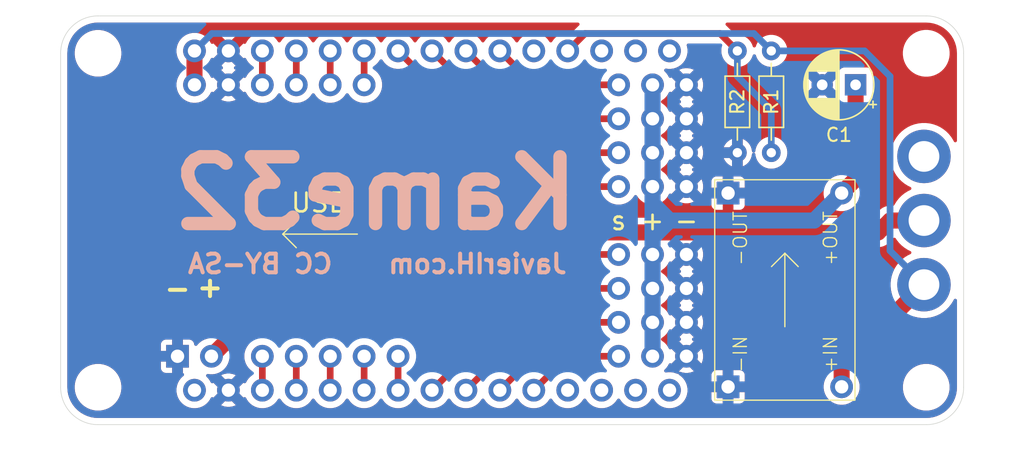
<source format=kicad_pcb>
(kicad_pcb (version 20241229) (generator "pcbnew") (generator_version "9.0")
  (layers (0 "F.Cu" signal) (2 "B.Cu" signal) (13 "F.Paste" user) (15 "B.Paste" user) (5 "F.SilkS" user "F.Silkscreen") (7 "B.SilkS" user "B.Silkscreen") (1 "F.Mask" user) (3 "B.Mask" user) (25 "Edge.Cuts" user))
  (net 0 "")
  (net 1 "Net-(U2-D34)")
  (net 2 "+8V")
  (net 3 "-BATT")
  (net 4 "+6V")
  (net 5 "Net-(J3-Pin_4)")
  (net 6 "Net-(J3-Pin_3)")
  (net 7 "Net-(J3-Pin_2)")
  (net 8 "Net-(J3-Pin_1)")
  (net 9 "Net-(J4-Pin_2)")
  (net 10 "Net-(J4-Pin_1)")
  (net 18 "Net-(J4-Pin_3)")
  (net 19 "Net-(J4-Pin_4)")
  (net 20 "+BATT")
  (net 22 "Net-(J1-Pin_5)")
  (net 23 "Net-(J7-Pin_3)")
  (net 24 "Net-(J7-Pin_4)")
  (net 25 "Net-(J7-Pin_1)")
  (net 26 "Net-(J1-Pin_4)")
  (net 27 "Net-(J7-Pin_2)")
  (net 28 "Net-(J1-Pin_3)")
  (net 30 "Net-(J7-Pin_5)")
  (net 31 "Net-(J1-Pin_6)")
  (footprint "Connector_PinHeader_2.54mm:PinHeader_1x04_P2.54mm_Vertical" (layer "F.Cu") (at 191.77 55.88 180)
    (property "Reference" "J3" (hide yes))
    (property "Value" "Conn_01x04")
    (pad "1" thru_hole circle (at 0 0 180) (size 1.7 1.7) (drill 1) (layers "*.Cu" "*.Mask") (net 8 "Net-(J3-Pin_1)"))
    (pad "2" thru_hole circle (at 0 2.54 180) (size 1.7 1.7) (drill 1) (layers "*.Cu" "*.Mask") (net 7 "Net-(J3-Pin_2)"))
    (pad "3" thru_hole circle (at 0 5.08 180) (size 1.7 1.7) (drill 1) (layers "*.Cu" "*.Mask") (net 6 "Net-(J3-Pin_3)"))
    (pad "4" thru_hole circle (at 0 7.62 180) (size 1.7 1.7) (drill 1) (layers "*.Cu" "*.Mask") (net 5 "Net-(J3-Pin_4)"))
  )
  (footprint "MountingHole:MountingHole_3mm" (layer "F.Cu") (at 214.799999 33.2)
    (property "Reference" "REF**" (hide yes))
    (property "Value" "MountingHole_3mm")
    (pad "" np_thru_hole circle (at 0 0) (size 3 3) (drill 3) (layers "*.Cu" "*.Mask"))
  )
  (footprint "Resistor_THT:R_Axial_DIN0204_L3.6mm_D1.6mm_P7.62mm_Horizontal" (layer "F.Cu") (at 200.66 33.02 -90)
    (property "Reference" "R2" (at 3.81 0 90) (layer "F.SilkS"))
    (property "Value" "4k7")
    (fp_line (start 1.89 0.92) (end 5.73 0.92) (stroke (width 0.12)) (layer "F.SilkS"))
    (fp_line (start 5.73 0.92) (end 5.73 -0.92) (stroke (width 0.12)) (layer "F.SilkS"))
    (fp_line (start 0.94 0) (end 1.89 0) (stroke (width 0.12)) (layer "F.SilkS"))
    (fp_line (start 6.68 0) (end 5.73 0) (stroke (width 0.12)) (layer "F.SilkS"))
    (fp_line (start 1.89 -0.92) (end 1.89 0.92) (stroke (width 0.12)) (layer "F.SilkS"))
    (fp_line (start 5.73 -0.92) (end 1.89 -0.92) (stroke (width 0.12)) (layer "F.SilkS"))
    (pad "1" thru_hole circle (at 0 0 270) (size 1.4 1.4) (drill 0.7) (layers "*.Cu" "*.Mask") (net 1 "Net-(U2-D34)"))
    (pad "2" thru_hole oval (at 7.62 0 270) (size 1.4 1.4) (drill 0.7) (layers "*.Cu" "*.Mask") (net 3 "-BATT"))
  )
  (footprint "Connector_PinHeader_2.54mm:PinHeader_1x05_P2.54mm_Vertical" (layer "F.Cu") (at 175.26 55.88 -90)
    (property "Reference" "J7" (hide yes))
    (property "Value" "Conn_01x05")
    (pad "1" thru_hole circle (at 0 0 270) (size 1.7 1.7) (drill 1) (layers "*.Cu" "*.Mask") (net 25 "Net-(J7-Pin_1)"))
    (pad "2" thru_hole circle (at 0 2.54 270) (size 1.7 1.7) (drill 1) (layers "*.Cu" "*.Mask") (net 27 "Net-(J7-Pin_2)"))
    (pad "3" thru_hole circle (at 0 5.08 270) (size 1.7 1.7) (drill 1) (layers "*.Cu" "*.Mask") (net 23 "Net-(J7-Pin_3)"))
    (pad "4" thru_hole circle (at 0 7.62 270) (size 1.7 1.7) (drill 1) (layers "*.Cu" "*.Mask") (net 24 "Net-(J7-Pin_4)"))
    (pad "5" thru_hole circle (at 0 10.16 270) (size 1.7 1.7) (drill 1) (layers "*.Cu" "*.Mask") (net 30 "Net-(J7-Pin_5)"))
  )
  (footprint "MountingHole:MountingHole_3mm" (layer "F.Cu") (at 152.799999 58.2)
    (property "Reference" "REF**" (hide yes))
    (property "Value" "MountingHole_3mm")
    (pad "" np_thru_hole circle (at 0 0) (size 3 3) (drill 3) (layers "*.Cu" "*.Mask"))
  )
  (footprint "Connector_PinHeader_2.54mm:PinHeader_1x04_P2.54mm_Vertical" (layer "F.Cu") (at 191.77 43.18 180)
    (property "Reference" "J4" (hide yes))
    (property "Value" "Conn_01x04")
    (pad "1" thru_hole circle (at 0 0 180) (size 1.7 1.7) (drill 1) (layers "*.Cu" "*.Mask") (net 10 "Net-(J4-Pin_1)"))
    (pad "2" thru_hole circle (at 0 2.54 180) (size 1.7 1.7) (drill 1) (layers "*.Cu" "*.Mask") (net 9 "Net-(J4-Pin_2)"))
    (pad "3" thru_hole circle (at 0 5.08 180) (size 1.7 1.7) (drill 1) (layers "*.Cu" "*.Mask") (net 18 "Net-(J4-Pin_3)"))
    (pad "4" thru_hole circle (at 0 7.62 180) (size 1.7 1.7) (drill 1) (layers "*.Cu" "*.Mask") (net 19 "Net-(J4-Pin_4)"))
  )
  (footprint "Resistor_THT:R_Axial_DIN0204_L3.6mm_D1.6mm_P7.62mm_Horizontal" (layer "F.Cu") (at 203.2 33.02 -90)
    (property "Reference" "R1" (at 3.81 0 90) (layer "F.SilkS"))
    (property "Value" "10k")
    (fp_line (start 1.89 0.92) (end 5.73 0.92) (stroke (width 0.12)) (layer "F.SilkS"))
    (fp_line (start 5.73 0.92) (end 5.73 -0.92) (stroke (width 0.12)) (layer "F.SilkS"))
    (fp_line (start 0.94 0) (end 1.89 0) (stroke (width 0.12)) (layer "F.SilkS"))
    (fp_line (start 6.68 0) (end 5.73 0) (stroke (width 0.12)) (layer "F.SilkS"))
    (fp_line (start 1.89 -0.92) (end 1.89 0.92) (stroke (width 0.12)) (layer "F.SilkS"))
    (fp_line (start 5.73 -0.92) (end 1.89 -0.92) (stroke (width 0.12)) (layer "F.SilkS"))
    (pad "1" thru_hole circle (at 0 0 270) (size 1.4 1.4) (drill 0.7) (layers "*.Cu" "*.Mask") (net 2 "+8V"))
    (pad "2" thru_hole oval (at 7.62 0 270) (size 1.4 1.4) (drill 0.7) (layers "*.Cu" "*.Mask") (net 1 "Net-(U2-D34)"))
  )
  (footprint "MountingHole:MountingHole_3mm" (layer "F.Cu") (at 152.799999 33.2)
    (property "Reference" "REF**" (hide yes))
    (property "Value" "MountingHole_3mm")
    (pad "" np_thru_hole circle (at 0 0) (size 3 3) (drill 3) (layers "*.Cu" "*.Mask"))
  )
  (footprint "Connector_PinHeader_2.54mm:PinHeader_1x06_P2.54mm_Vertical" (layer "F.Cu") (at 160.02 35.56 90)
    (property "Reference" "J1" (hide yes))
    (property "Value" "Conn_01x06")
    (pad "1" thru_hole circle (at 0 0 90) (size 1.7 1.7) (drill 1) (layers "*.Cu" "*.Mask") (net 2 "+8V"))
    (pad "2" thru_hole circle (at 0 2.54 90) (size 1.7 1.7) (drill 1) (layers "*.Cu" "*.Mask") (net 3 "-BATT"))
    (pad "3" thru_hole circle (at 0 5.08 90) (size 1.7 1.7) (drill 1) (layers "*.Cu" "*.Mask") (net 28 "Net-(J1-Pin_3)"))
    (pad "4" thru_hole circle (at 0 7.62 90) (size 1.7 1.7) (drill 1) (layers "*.Cu" "*.Mask") (net 26 "Net-(J1-Pin_4)"))
    (pad "5" thru_hole circle (at 0 10.16 90) (size 1.7 1.7) (drill 1) (layers "*.Cu" "*.Mask") (net 22 "Net-(J1-Pin_5)"))
    (pad "6" thru_hole circle (at 0 12.7 90) (size 1.7 1.7) (drill 1) (layers "*.Cu" "*.Mask") (net 31 "Net-(J1-Pin_6)"))
  )
  (footprint "MountingHole:MountingHole_3mm" (layer "F.Cu") (at 214.799999 58.2)
    (property "Reference" "REF**" (hide yes))
    (property "Value" "MountingHole_3mm")
    (pad "" np_thru_hole circle (at 0 0) (size 3 3) (drill 3) (layers "*.Cu" "*.Mask"))
  )
  (footprint "Connector_PinHeader_2.54mm:PinHeader_1x02_P2.54mm_Vertical" (layer "F.Cu") (at 161.29 55.88 -90)
    (property "Reference" "J5" (hide yes))
    (property "Value" "Conn_01x02" (hide yes))
    (pad "1" thru_hole circle (at 0 0 270) (size 1.7 1.7) (drill 1) (layers "*.Cu" "*.Mask") (net 20 "+BATT"))
    (pad "2" thru_hole rect (at 0 2.54 270) (size 1.7 1.7) (drill 1) (layers "*.Cu" "*.Mask") (net 3 "-BATT"))
  )
  (footprint "Capacitor_THT:CP_Radial_D5.0mm_P2.50mm" (layer "F.Cu") (at 209.51 35.56 180)
    (property "Reference" "C1" (at 1.25 -3.75 0) (layer "F.SilkS"))
    (property "Value" "C")
    (fp_line (start 3.85 -0.283) (end 3.85 0.283) (stroke (width 0.12)) (layer "F.SilkS"))
    (fp_line (start 3.81 -0.517) (end 3.81 0.517) (stroke (width 0.12)) (layer "F.SilkS"))
    (fp_line (start 3.77 -0.677) (end 3.77 0.677) (stroke (width 0.12)) (layer "F.SilkS"))
    (fp_line (start 3.73 -0.805) (end 3.73 0.805) (stroke (width 0.12)) (layer "F.SilkS"))
    (fp_line (start 3.69 -0.914) (end 3.69 0.914) (stroke (width 0.12)) (layer "F.SilkS"))
    (fp_line (start 3.65 -1.011) (end 3.65 1.011) (stroke (width 0.12)) (layer "F.SilkS"))
    (fp_line (start 3.61 -1.098) (end 3.61 1.098) (stroke (width 0.12)) (layer "F.SilkS"))
    (fp_line (start 3.57 -1.177) (end 3.57 1.177) (stroke (width 0.12)) (layer "F.SilkS"))
    (fp_line (start 3.53 1.04) (end 3.53 1.251) (stroke (width 0.12)) (layer "F.SilkS"))
    (fp_line (start 3.53 -1.251) (end 3.53 -1.04) (stroke (width 0.12)) (layer "F.SilkS"))
    (fp_line (start 3.49 1.04) (end 3.49 1.319) (stroke (width 0.12)) (layer "F.SilkS"))
    (fp_line (start 3.49 -1.319) (end 3.49 -1.04) (stroke (width 0.12)) (layer "F.SilkS"))
    (fp_line (start 3.45 1.04) (end 3.45 1.383) (stroke (width 0.12)) (layer "F.SilkS"))
    (fp_line (start 3.45 -1.383) (end 3.45 -1.04) (stroke (width 0.12)) (layer "F.SilkS"))
    (fp_line (start 3.41 1.04) (end 3.41 1.443) (stroke (width 0.12)) (layer "F.SilkS"))
    (fp_line (start 3.41 -1.443) (end 3.41 -1.04) (stroke (width 0.12)) (layer "F.SilkS"))
    (fp_line (start 3.37 1.04) (end 3.37 1.499) (stroke (width 0.12)) (layer "F.SilkS"))
    (fp_line (start 3.37 -1.499) (end 3.37 -1.04) (stroke (width 0.12)) (layer "F.SilkS"))
    (fp_line (start 3.33 1.04) (end 3.33 1.553) (stroke (width 0.12)) (layer "F.SilkS"))
    (fp_line (start 3.33 -1.553) (end 3.33 -1.04) (stroke (width 0.12)) (layer "F.SilkS"))
    (fp_line (start 3.29 1.04) (end 3.29 1.604) (stroke (width 0.12)) (layer "F.SilkS"))
    (fp_line (start 3.29 -1.604) (end 3.29 -1.04) (stroke (width 0.12)) (layer "F.SilkS"))
    (fp_line (start 3.25 1.04) (end 3.25 1.652) (stroke (width 0.12)) (layer "F.SilkS"))
    (fp_line (start 3.25 -1.652) (end 3.25 -1.04) (stroke (width 0.12)) (layer "F.SilkS"))
    (fp_line (start 3.21 1.04) (end 3.21 1.699) (stroke (width 0.12)) (layer "F.SilkS"))
    (fp_line (start 3.21 -1.699) (end 3.21 -1.04) (stroke (width 0.12)) (layer "F.SilkS"))
    (fp_line (start 3.17 1.04) (end 3.17 1.743) (stroke (width 0.12)) (layer "F.SilkS"))
    (fp_line (start 3.17 -1.743) (end 3.17 -1.04) (stroke (width 0.12)) (layer "F.SilkS"))
    (fp_line (start 3.13 1.04) (end 3.13 1.785) (stroke (width 0.12)) (layer "F.SilkS"))
    (fp_line (start 3.13 -1.785) (end 3.13 -1.04) (stroke (width 0.12)) (layer "F.SilkS"))
    (fp_line (start 3.09 1.04) (end 3.09 1.825) (stroke (width 0.12)) (layer "F.SilkS"))
    (fp_line (start 3.09 -1.825) (end 3.09 -1.04) (stroke (width 0.12)) (layer "F.SilkS"))
    (fp_line (start 3.05 1.04) (end 3.05 1.864) (stroke (width 0.12)) (layer "F.SilkS"))
    (fp_line (start 3.05 -1.864) (end 3.05 -1.04) (stroke (width 0.12)) (layer "F.SilkS"))
    (fp_line (start 3.01 1.04) (end 3.01 1.901) (stroke (width 0.12)) (layer "F.SilkS"))
    (fp_line (start 3.01 -1.901) (end 3.01 -1.04) (stroke (width 0.12)) (layer "F.SilkS"))
    (fp_line (start 2.97 1.04) (end 2.97 1.936) (stroke (width 0.12)) (layer "F.SilkS"))
    (fp_line (start 2.97 -1.936) (end 2.97 -1.04) (stroke (width 0.12)) (layer "F.SilkS"))
    (fp_line (start 2.93 1.04) (end 2.93 1.97) (stroke (width 0.12)) (layer "F.SilkS"))
    (fp_line (start 2.93 -1.97) (end 2.93 -1.04) (stroke (width 0.12)) (layer "F.SilkS"))
    (fp_line (start 2.89 1.04) (end 2.89 2.003) (stroke (width 0.12)) (layer "F.SilkS"))
    (fp_line (start 2.89 -2.003) (end 2.89 -1.04) (stroke (width 0.12)) (layer "F.SilkS"))
    (fp_line (start 2.85 1.04) (end 2.85 2.035) (stroke (width 0.12)) (layer "F.SilkS"))
    (fp_line (start 2.85 -2.035) (end 2.85 -1.04) (stroke (width 0.12)) (layer "F.SilkS"))
    (fp_line (start 2.81 1.04) (end 2.81 2.065) (stroke (width 0.12)) (layer "F.SilkS"))
    (fp_line (start 2.81 -2.065) (end 2.81 -1.04) (stroke (width 0.12)) (layer "F.SilkS"))
    (fp_line (start 2.77 1.04) (end 2.77 2.094) (stroke (width 0.12)) (layer "F.SilkS"))
    (fp_line (start 2.77 -2.094) (end 2.77 -1.04) (stroke (width 0.12)) (layer "F.SilkS"))
    (fp_line (start 2.73 1.04) (end 2.73 2.122) (stroke (width 0.12)) (layer "F.SilkS"))
    (fp_line (start 2.73 -2.122) (end 2.73 -1.04) (stroke (width 0.12)) (layer "F.SilkS"))
    (fp_line (start 2.69 1.04) (end 2.69 2.149) (stroke (width 0.12)) (layer "F.SilkS"))
    (fp_line (start 2.69 -2.149) (end 2.69 -1.04) (stroke (width 0.12)) (layer "F.SilkS"))
    (fp_line (start 2.65 1.04) (end 2.65 2.175) (stroke (width 0.12)) (layer "F.SilkS"))
    (fp_line (start 2.65 -2.175) (end 2.65 -1.04) (stroke (width 0.12)) (layer "F.SilkS"))
    (fp_line (start 2.61 1.04) (end 2.61 2.199) (stroke (width 0.12)) (layer "F.SilkS"))
    (fp_line (start 2.61 -2.199) (end 2.61 -1.04) (stroke (width 0.12)) (layer "F.SilkS"))
    (fp_line (start 2.57 1.04) (end 2.57 2.223) (stroke (width 0.12)) (layer "F.SilkS"))
    (fp_line (start 2.57 -2.223) (end 2.57 -1.04) (stroke (width 0.12)) (layer "F.SilkS"))
    (fp_line (start 2.53 1.04) (end 2.53 2.246) (stroke (width 0.12)) (layer "F.SilkS"))
    (fp_line (start 2.53 -2.246) (end 2.53 -1.04) (stroke (width 0.12)) (layer "F.SilkS"))
    (fp_line (start 2.49 1.04) (end 2.49 2.268) (stroke (width 0.12)) (layer "F.SilkS"))
    (fp_line (start 2.49 -2.268) (end 2.49 -1.04) (stroke (width 0.12)) (layer "F.SilkS"))
    (fp_line (start 2.45 1.04) (end 2.45 2.289) (stroke (width 0.12)) (layer "F.SilkS"))
    (fp_line (start 2.45 -2.289) (end 2.45 -1.04) (stroke (width 0.12)) (layer "F.SilkS"))
    (fp_line (start 2.41 1.04) (end 2.41 2.309) (stroke (width 0.12)) (layer "F.SilkS"))
    (fp_line (start 2.41 -2.309) (end 2.41 -1.04) (stroke (width 0.12)) (layer "F.SilkS"))
    (fp_line (start 2.37 1.04) (end 2.37 2.329) (stroke (width 0.12)) (layer "F.SilkS"))
    (fp_line (start 2.37 -2.329) (end 2.37 -1.04) (stroke (width 0.12)) (layer "F.SilkS"))
    (fp_line (start 2.33 1.04) (end 2.33 2.347) (stroke (width 0.12)) (layer "F.SilkS"))
    (fp_line (start 2.33 -2.347) (end 2.33 -1.04) (stroke (width 0.12)) (layer "F.SilkS"))
    (fp_line (start 2.29 1.04) (end 2.29 2.365) (stroke (width 0.12)) (layer "F.SilkS"))
    (fp_line (start 2.29 -2.365) (end 2.29 -1.04) (stroke (width 0.12)) (layer "F.SilkS"))
    (fp_line (start 2.25 1.04) (end 2.25 2.382) (stroke (width 0.12)) (layer "F.SilkS"))
    (fp_line (start 2.25 -2.382) (end 2.25 -1.04) (stroke (width 0.12)) (layer "F.SilkS"))
    (fp_line (start 2.21 1.04) (end 2.21 2.398) (stroke (width 0.12)) (layer "F.SilkS"))
    (fp_line (start 2.21 -2.398) (end 2.21 -1.04) (stroke (width 0.12)) (layer "F.SilkS"))
    (fp_line (start 2.17 1.04) (end 2.17 2.413) (stroke (width 0.12)) (layer "F.SilkS"))
    (fp_line (start 2.17 -2.413) (end 2.17 -1.04) (stroke (width 0.12)) (layer "F.SilkS"))
    (fp_line (start 2.13 1.04) (end 2.13 2.428) (stroke (width 0.12)) (layer "F.SilkS"))
    (fp_line (start 2.13 -2.428) (end 2.13 -1.04) (stroke (width 0.12)) (layer "F.SilkS"))
    (fp_line (start 2.09 1.04) (end 2.09 2.442) (stroke (width 0.12)) (layer "F.SilkS"))
    (fp_line (start 2.09 -2.442) (end 2.09 -1.04) (stroke (width 0.12)) (layer "F.SilkS"))
    (fp_line (start 2.05 1.04) (end 2.05 2.455) (stroke (width 0.12)) (layer "F.SilkS"))
    (fp_line (start 2.05 -2.455) (end 2.05 -1.04) (stroke (width 0.12)) (layer "F.SilkS"))
    (fp_line (start 2.01 1.04) (end 2.01 2.467) (stroke (width 0.12)) (layer "F.SilkS"))
    (fp_line (start 2.01 -2.467) (end 2.01 -1.04) (stroke (width 0.12)) (layer "F.SilkS"))
    (fp_line (start 1.97 1.04) (end 1.97 2.479) (stroke (width 0.12)) (layer "F.SilkS"))
    (fp_line (start 1.97 -2.479) (end 1.97 -1.04) (stroke (width 0.12)) (layer "F.SilkS"))
    (fp_line (start 1.93 1.04) (end 1.93 2.49) (stroke (width 0.12)) (layer "F.SilkS"))
    (fp_line (start 1.93 -2.49) (end 1.93 -1.04) (stroke (width 0.12)) (layer "F.SilkS"))
    (fp_line (start 1.89 1.04) (end 1.89 2.501) (stroke (width 0.12)) (layer "F.SilkS"))
    (fp_line (start 1.89 -2.501) (end 1.89 -1.04) (stroke (width 0.12)) (layer "F.SilkS"))
    (fp_line (start 1.85 1.04) (end 1.85 2.51) (stroke (width 0.12)) (layer "F.SilkS"))
    (fp_line (start 1.85 -2.51) (end 1.85 -1.04) (stroke (width 0.12)) (layer "F.SilkS"))
    (fp_line (start 1.81 1.04) (end 1.81 2.519) (stroke (width 0.12)) (layer "F.SilkS"))
    (fp_line (start 1.81 -2.519) (end 1.81 -1.04) (stroke (width 0.12)) (layer "F.SilkS"))
    (fp_line (start 1.77 1.04) (end 1.77 2.528) (stroke (width 0.12)) (layer "F.SilkS"))
    (fp_line (start 1.77 -2.528) (end 1.77 -1.04) (stroke (width 0.12)) (layer "F.SilkS"))
    (fp_line (start 1.73 1.04) (end 1.73 2.536) (stroke (width 0.12)) (layer "F.SilkS"))
    (fp_line (start 1.73 -2.536) (end 1.73 -1.04) (stroke (width 0.12)) (layer "F.SilkS"))
    (fp_line (start 1.69 1.04) (end 1.69 2.543) (stroke (width 0.12)) (layer "F.SilkS"))
    (fp_line (start 1.69 -2.543) (end 1.69 -1.04) (stroke (width 0.12)) (layer "F.SilkS"))
    (fp_line (start 1.65 1.04) (end 1.65 2.549) (stroke (width 0.12)) (layer "F.SilkS"))
    (fp_line (start 1.65 -2.549) (end 1.65 -1.04) (stroke (width 0.12)) (layer "F.SilkS"))
    (fp_line (start 1.61 1.04) (end 1.61 2.555) (stroke (width 0.12)) (layer "F.SilkS"))
    (fp_line (start 1.61 -2.555) (end 1.61 -1.04) (stroke (width 0.12)) (layer "F.SilkS"))
    (fp_line (start 1.57 1.04) (end 1.57 2.56) (stroke (width 0.12)) (layer "F.SilkS"))
    (fp_line (start 1.57 -2.56) (end 1.57 -1.04) (stroke (width 0.12)) (layer "F.SilkS"))
    (fp_line (start 1.53 1.04) (end 1.53 2.565) (stroke (width 0.12)) (layer "F.SilkS"))
    (fp_line (start 1.53 -2.565) (end 1.53 -1.04) (stroke (width 0.12)) (layer "F.SilkS"))
    (fp_line (start 1.49 1.04) (end 1.49 2.569) (stroke (width 0.12)) (layer "F.SilkS"))
    (fp_line (start 1.49 -2.569) (end 1.49 -1.04) (stroke (width 0.12)) (layer "F.SilkS"))
    (fp_line (start 1.45 -2.572) (end 1.45 2.572) (stroke (width 0.12)) (layer "F.SilkS"))
    (fp_line (start 1.41 -2.575) (end 1.41 2.575) (stroke (width 0.12)) (layer "F.SilkS"))
    (fp_line (start 1.37 -2.577) (end 1.37 2.577) (stroke (width 0.12)) (layer "F.SilkS"))
    (fp_line (start 1.33 -2.579) (end 1.33 2.579) (stroke (width 0.12)) (layer "F.SilkS"))
    (fp_line (start 1.29 -2.58) (end 1.29 2.58) (stroke (width 0.12)) (layer "F.SilkS"))
    (fp_line (start 1.25 -2.58) (end 1.25 2.58) (stroke (width 0.12)) (layer "F.SilkS"))
    (fp_line (start -1.304775 -1.725) (end -1.304775 -1.225) (stroke (width 0.12)) (layer "F.SilkS"))
    (fp_line (start -1.554775 -1.475) (end -1.054775 -1.475) (stroke (width 0.12)) (layer "F.SilkS"))
    (fp_circle (center 1.25 0) (end 3.87 0) (stroke (width 0.12)) (fill no) (layer "F.SilkS"))
    (pad "1" thru_hole rect (at 0 0 180) (size 1.6 1.6) (drill 0.8) (layers "*.Cu" "*.Mask") (net 4 "+6V"))
    (pad "2" thru_hole circle (at 2.5 0 180) (size 1.6 1.6) (drill 0.8) (layers "*.Cu" "*.Mask") (net 3 "-BATT"))
  )
  (footprint "Connector_PinHeader_2.54mm:PinHeader_2x04_P2.54mm_Vertical" (layer "F.Cu") (at 194.31 48.26)
    (property "Reference" "J6" (hide yes))
    (property "Value" "Conn_02x04_Odd_Even")
    (pad "1" thru_hole circle (at 0 0) (size 1.7 1.7) (drill 1) (layers "*.Cu" "*.Mask") (net 4 "+6V"))
    (pad "2" thru_hole circle (at 2.54 0) (size 1.7 1.7) (drill 1) (layers "*.Cu" "*.Mask") (net 3 "-BATT"))
    (pad "3" thru_hole circle (at 0 2.54) (size 1.7 1.7) (drill 1) (layers "*.Cu" "*.Mask") (net 4 "+6V"))
    (pad "4" thru_hole circle (at 2.54 2.54) (size 1.7 1.7) (drill 1) (layers "*.Cu" "*.Mask") (net 3 "-BATT"))
    (pad "5" thru_hole circle (at 0 5.08) (size 1.7 1.7) (drill 1) (layers "*.Cu" "*.Mask") (net 4 "+6V"))
    (pad "6" thru_hole circle (at 2.54 5.08) (size 1.7 1.7) (drill 1) (layers "*.Cu" "*.Mask") (net 3 "-BATT"))
    (pad "7" thru_hole circle (at 0 7.62) (size 1.7 1.7) (drill 1) (layers "*.Cu" "*.Mask") (net 4 "+6V"))
    (pad "8" thru_hole circle (at 2.54 7.62) (size 1.7 1.7) (drill 1) (layers "*.Cu" "*.Mask") (net 3 "-BATT"))
  )
  (footprint "Button_Switch_THT:SW_XKB_DM1-16UP-1" (layer "F.Cu") (at 214.63 40.92 -90)
    (property "Reference" "SW1" (hide yes))
    (property "Value" "SW_SPDT" (hide yes))
    (pad "1" thru_hole circle (at 0 0 270) (size 4 4) (drill 2.3) (layers "*.Cu" "*.Mask"))
    (pad "2" thru_hole circle (at 4.8 0 270) (size 4 4) (drill 2.3) (layers "*.Cu" "*.Mask") (net 20 "+BATT"))
    (pad "3" thru_hole circle (at 9.6 0 270) (size 4 4) (drill 2.3) (layers "*.Cu" "*.Mask") (net 2 "+8V"))
  )
  (footprint "Connector_PinHeader_2.54mm:PinHeader_2x02_P2.54mm_Vertical" (layer "F.Cu") (at 199.966 43.666)
    (property "Reference" "U1" (hide yes))
    (property "Value" "TEA1-0505" (hide yes))
    (fp_line (start 4.25 4.5) (end 3.25 5.5) (stroke (width 0.1)) (layer "F.SilkS"))
    (fp_line (start 4.25 4.5) (end 5.25 5.5) (stroke (width 0.1)) (layer "F.SilkS"))
    (fp_line (start 4.25 10) (end 4.25 4.5) (stroke (width 0.1)) (layer "F.SilkS"))
    (fp_rect (start -1 -1) (end 9.5 15.5) (stroke (width 0.1)) (fill no) (layer "F.SilkS"))
    (fp_text user "-OUT" (at 1.5 5.5 90) (layer "F.SilkS") (effects (font (thickness 0.1)) (justify left bottom)))
    (fp_text user "+IN" (at 8.25 13.5 90) (layer "F.SilkS") (effects (font (thickness 0.1)) (justify left bottom)))
    (fp_text user "-IN" (at 1.5 13.5 90) (layer "F.SilkS") (effects (font (thickness 0.1)) (justify left bottom)))
    (fp_text user "+OUT" (at 8.25 5.5 90) (layer "F.SilkS") (effects (font (thickness 0.1)) (justify left bottom)))
    (pad "1" thru_hole rect (at 0 14.5) (size 1.7 1.7) (drill 1) (layers "*.Cu" "*.Mask") (net 3 "-BATT"))
    (pad "2" thru_hole circle (at 8.5 14.5) (size 1.7 1.7) (drill 1) (layers "*.Cu" "*.Mask") (net 2 "+8V"))
    (pad "3" thru_hole rect (at 0 0) (size 1.7 1.7) (drill 1) (layers "*.Cu" "*.Mask") (net 3 "-BATT"))
    (pad "4" thru_hole circle (at 8.5 0) (size 1.7 1.7) (drill 1) (layers "*.Cu" "*.Mask") (net 4 "+6V"))
  )
  (footprint "Connector_PinHeader_2.54mm:PinHeader_2x04_P2.54mm_Vertical" (layer "F.Cu") (at 194.31 35.56)
    (property "Reference" "J2" (hide yes))
    (property "Value" "Conn_02x04_Odd_Even")
    (pad "1" thru_hole circle (at 0 0) (size 1.7 1.7) (drill 1) (layers "*.Cu" "*.Mask") (net 4 "+6V"))
    (pad "2" thru_hole circle (at 2.54 0) (size 1.7 1.7) (drill 1) (layers "*.Cu" "*.Mask") (net 3 "-BATT"))
    (pad "3" thru_hole circle (at 0 2.54) (size 1.7 1.7) (drill 1) (layers "*.Cu" "*.Mask") (net 4 "+6V"))
    (pad "4" thru_hole circle (at 2.54 2.54) (size 1.7 1.7) (drill 1) (layers "*.Cu" "*.Mask") (net 3 "-BATT"))
    (pad "5" thru_hole circle (at 0 5.08) (size 1.7 1.7) (drill 1) (layers "*.Cu" "*.Mask") (net 4 "+6V"))
    (pad "6" thru_hole circle (at 2.54 5.08) (size 1.7 1.7) (drill 1) (layers "*.Cu" "*.Mask") (net 3 "-BATT"))
    (pad "7" thru_hole circle (at 0 7.62) (size 1.7 1.7) (drill 1) (layers "*.Cu" "*.Mask") (net 4 "+6V"))
    (pad "8" thru_hole circle (at 2.54 7.62) (size 1.7 1.7) (drill 1) (layers "*.Cu" "*.Mask") (net 3 "-BATT"))
  )
  (footprint "Connector_PinHeader_2.54mm:PinHeader_1x30_P2.54mm_Vertical" (layer "B.Cu") (at 160.02 33.02 -90)
    (property "Reference" "U2" (hide yes))
    (property "Value" "~" (hide yes))
    (pad "1" thru_hole circle (at 0 0 270) (size 1.7 1.7) (drill 1) (layers "*.Cu" "*.Mask") (net 2 "+8V"))
    (pad "2" thru_hole circle (at 0 -2.54 270) (size 1.7 1.7) (drill 1) (layers "*.Cu" "*.Mask") (net 3 "-BATT"))
    (pad "3" thru_hole circle (at 0 -5.08 270) (size 1.7 1.7) (drill 1) (layers "*.Cu" "*.Mask") (net 28 "Net-(J1-Pin_3)"))
    (pad "4" thru_hole circle (at 0 -7.62 270) (size 1.7 1.7) (drill 1) (layers "*.Cu" "*.Mask") (net 26 "Net-(J1-Pin_4)"))
    (pad "5" thru_hole circle (at 0 -10.16 270) (size 1.7 1.7) (drill 1) (layers "*.Cu" "*.Mask") (net 22 "Net-(J1-Pin_5)"))
    (pad "6" thru_hole circle (at 0 -12.7 270) (size 1.7 1.7) (drill 1) (layers "*.Cu" "*.Mask") (net 31 "Net-(J1-Pin_6)"))
    (pad "7" thru_hole circle (at 0 -15.24 270) (size 1.7 1.7) (drill 1) (layers "*.Cu" "*.Mask") (net 10 "Net-(J4-Pin_1)"))
    (pad "8" thru_hole circle (at 0 -17.78 270) (size 1.7 1.7) (drill 1) (layers "*.Cu" "*.Mask") (net 9 "Net-(J4-Pin_2)"))
    (pad "9" thru_hole circle (at 0 -20.32 270) (size 1.7 1.7) (drill 1) (layers "*.Cu" "*.Mask") (net 18 "Net-(J4-Pin_3)"))
    (pad "10" thru_hole circle (at 0 -22.86 270) (size 1.7 1.7) (drill 1) (layers "*.Cu" "*.Mask") (net 19 "Net-(J4-Pin_4)"))
    (pad "11" thru_hole circle (at 0 -25.4 270) (size 1.7 1.7) (drill 1) (layers "*.Cu" "*.Mask"))
    (pad "12" thru_hole circle (at 0 -27.94 270) (size 1.7 1.7) (drill 1) (layers "*.Cu" "*.Mask") (net 1 "Net-(U2-D34)"))
    (pad "13" thru_hole circle (at 0 -30.48 270) (size 1.7 1.7) (drill 1) (layers "*.Cu" "*.Mask"))
    (pad "14" thru_hole circle (at 0 -33.02 270) (size 1.7 1.7) (drill 1) (layers "*.Cu" "*.Mask"))
    (pad "15" thru_hole circle (at 0 -35.56 270) (size 1.7 1.7) (drill 1) (layers "*.Cu" "*.Mask"))
    (pad "16" thru_hole circle (at 25.4 0 270) (size 1.7 1.7) (drill 1) (layers "*.Cu" "*.Mask"))
    (pad "17" thru_hole circle (at 25.4 -2.54 270) (size 1.7 1.7) (drill 1) (layers "*.Cu" "*.Mask") (net 3 "-BATT"))
    (pad "18" thru_hole circle (at 25.4 -5.08 270) (size 1.7 1.7) (drill 1) (layers "*.Cu" "*.Mask") (net 30 "Net-(J7-Pin_5)"))
    (pad "19" thru_hole circle (at 25.4 -7.62 270) (size 1.7 1.7) (drill 1) (layers "*.Cu" "*.Mask") (net 24 "Net-(J7-Pin_4)"))
    (pad "20" thru_hole circle (at 25.4 -10.16 270) (size 1.7 1.7) (drill 1) (layers "*.Cu" "*.Mask") (net 23 "Net-(J7-Pin_3)"))
    (pad "21" thru_hole circle (at 25.4 -12.7 270) (size 1.7 1.7) (drill 1) (layers "*.Cu" "*.Mask") (net 27 "Net-(J7-Pin_2)"))
    (pad "22" thru_hole circle (at 25.4 -15.24 270) (size 1.7 1.7) (drill 1) (layers "*.Cu" "*.Mask") (net 25 "Net-(J7-Pin_1)"))
    (pad "23" thru_hole circle (at 25.4 -17.78 270) (size 1.7 1.7) (drill 1) (layers "*.Cu" "*.Mask") (net 5 "Net-(J3-Pin_4)"))
    (pad "24" thru_hole circle (at 25.4 -20.32 270) (size 1.7 1.7) (drill 1) (layers "*.Cu" "*.Mask") (net 6 "Net-(J3-Pin_3)"))
    (pad "25" thru_hole circle (at 25.4 -22.86 270) (size 1.7 1.7) (drill 1) (layers "*.Cu" "*.Mask") (net 7 "Net-(J3-Pin_2)"))
    (pad "26" thru_hole circle (at 25.4 -25.4 270) (size 1.7 1.7) (drill 1) (layers "*.Cu" "*.Mask") (net 8 "Net-(J3-Pin_1)"))
    (pad "27" thru_hole circle (at 25.4 -27.94 270) (size 1.7 1.7) (drill 1) (layers "*.Cu" "*.Mask"))
    (pad "28" thru_hole circle (at 25.4 -30.48 270) (size 1.7 1.7) (drill 1) (layers "*.Cu" "*.Mask"))
    (pad "29" thru_hole circle (at 25.4 -33.02 270) (size 1.7 1.7) (drill 1) (layers "*.Cu" "*.Mask"))
    (pad "30" thru_hole circle (at 25.4 -35.56 270) (size 1.7 1.7) (drill 1) (layers "*.Cu" "*.Mask"))
  )
  (gr_line (start 166.624 46.736) (end 167.64 47.752) (stroke (width 0.1)) (layer "F.SilkS"))
  (gr_line (start 172.212 46.736) (end 166.624 46.736) (stroke (width 0.1)) (layer "F.SilkS"))
  (gr_line (start 167.64 45.72) (end 166.624 46.736) (stroke (width 0.1)) (layer "F.SilkS"))
  (gr_line (start 150 58.2) (end 149.999999 33.2) (stroke (width 0.05)) (layer "Edge.Cuts"))
  (gr_arc (start 149.999999 33.2) (mid 150.8201 31.220101) (end 152.8 30.4) (stroke (width 0.05)) (layer "Edge.Cuts"))
  (gr_arc (start 217.599999 58.2) (mid 216.779898 60.179899) (end 214.799999 61) (stroke (width 0.05)) (layer "Edge.Cuts"))
  (gr_line (start 152.8 30.399999) (end 214.8 30.4) (stroke (width 0.05)) (layer "Edge.Cuts"))
  (gr_arc (start 214.799999 30.4) (mid 216.779898 31.220101) (end 217.599999 33.2) (stroke (width 0.05)) (layer "Edge.Cuts"))
  (gr_line (start 217.6 33.2) (end 217.599999 58.2) (stroke (width 0.05)) (layer "Edge.Cuts"))
  (gr_line (start 214.799999 61) (end 152.8 61) (stroke (width 0.05)) (layer "Edge.Cuts"))
  (gr_arc (start 152.8 61) (mid 150.8201 60.179899) (end 149.999999 58.2) (stroke (width 0.05)) (layer "Edge.Cuts"))
  (gr_text "s" (at 191.77 45.72 0) (layer "F.SilkS") (effects (font (size 1.4 1.4) (thickness 0.2))))
  (gr_text "+" (at 194.31 45.72 0) (layer "F.SilkS") (effects (font (size 1.4 1.4) (thickness 0.2))))
  (gr_text "USB" (at 167.132 45.212 0) (layer "F.SilkS") (effects (font (size 1.4 1.4) (thickness 0.2)) (justify left bottom)))
  (gr_text "+" (at 161.29 50.8 270) (layer "F.SilkS") (effects (font (size 1.5 1.5) (thickness 0.3) (bold yes))))
  (gr_text "-" (at 158.75 50.8 0) (layer "F.SilkS") (effects (font (size 1.5 1.5) (thickness 0.3) (bold yes))))
  (gr_text "-" (at 196.85 45.72 0) (layer "F.SilkS") (effects (font (size 1.4 1.4) (thickness 0.2))))
  (gr_text "JavierIH.com    CC BY-SA" (at 188.0362 49.784 0) (layer "B.SilkS") (effects (font (size 1.4 1.4) (thickness 0.3) (bold yes)) (justify left bottom mirror)))
  (gr_text "Kame32" (at 189.23 46.609 0) (layer "B.SilkS") (effects (font (size 5 5) (thickness 1) (bold yes)) (justify left bottom mirror)))
  (segment (start 199.359 31.719) (end 189.261 31.719) (width 0.5) (layer "F.Cu") (net 1))
  (segment (start 200.66 33.02) (end 199.359 31.719) (width 0.5) (layer "F.Cu") (net 1))
  (segment (start 189.261 31.719) (end 187.96 33.02) (width 0.5) (layer "F.Cu") (net 1))
  (segment (start 200.66 33.02) (end 200.66 34.925) (width 0.5) (layer "B.Cu") (net 1))
  (segment (start 203.2 37.465) (end 203.2 40.64) (width 0.5) (layer "B.Cu") (net 1))
  (segment (start 200.66 34.925) (end 203.2 37.465) (width 0.5) (layer "B.Cu") (net 1))
  (segment (start 160.02 33.02) (end 160.02 35.56) (width 1.2) (layer "F.Cu") (net 2))
  (segment (start 208.466 58.166) (end 208.466 56.684) (width 1.2) (layer "F.Cu") (net 2))
  (segment (start 208.466 56.684) (end 214.63 50.52) (width 1.2) (layer "F.Cu") (net 2))
  (segment (start 212.09 47.98) (end 214.63 50.52) (width 0.5) (layer "B.Cu") (net 2))
  (segment (start 201.899 31.719) (end 161.321 31.719) (width 0.5) (layer "B.Cu") (net 2))
  (segment (start 210.185 33.02) (end 212.09 34.925) (width 0.5) (layer "B.Cu") (net 2))
  (segment (start 212.09 34.925) (end 212.09 47.98) (width 0.5) (layer "B.Cu") (net 2))
  (segment (start 161.321 31.719) (end 160.02 33.02) (width 0.5) (layer "B.Cu") (net 2))
  (segment (start 203.2 33.02) (end 201.899 31.719) (width 0.5) (layer "B.Cu") (net 2))
  (segment (start 203.2 33.02) (end 210.185 33.02) (width 0.5) (layer "B.Cu") (net 2))
  (segment (start 209.51 35.56) (end 209.51 42.622) (width 1.2) (layer "F.Cu") (net 4))
  (segment (start 209.51 42.622) (end 208.466 43.666) (width 1.2) (layer "F.Cu") (net 4))
  (segment (start 194.31 55.88) (end 194.31 53.34) (width 1.2) (layer "B.Cu") (net 4))
  (segment (start 194.31 40.64) (end 194.31 43.18) (width 1.2) (layer "B.Cu") (net 4))
  (segment (start 194.31 48.26) (end 194.31 50.8) (width 1.2) (layer "B.Cu") (net 4))
  (segment (start 194.31 48.26) (end 194.31 46.99) (width 1.2) (layer "B.Cu") (net 4))
  (segment (start 194.31 38.1) (end 194.31 40.64) (width 1.2) (layer "B.Cu") (net 4))
  (segment (start 195.58 45.72) (end 194.31 45.72) (width 1.2) (layer "B.Cu") (net 4))
  (segment (start 194.31 35.56) (end 194.31 38.1) (width 1.2) (layer "B.Cu") (net 4))
  (segment (start 208.466 43.666) (end 206.412 45.72) (width 1.2) (layer "B.Cu") (net 4))
  (segment (start 194.31 44.45) (end 195.58 45.72) (width 1.2) (layer "B.Cu") (net 4))
  (segment (start 206.412 45.72) (end 194.31 45.72) (width 1.2) (layer "B.Cu") (net 4))
  (segment (start 194.31 46.99) (end 194.31 45.72) (width 1.2) (layer "B.Cu") (net 4))
  (segment (start 194.31 44.45) (end 194.31 43.18) (width 1.2) (layer "B.Cu") (net 4))
  (segment (start 194.31 45.72) (end 194.31 44.45) (width 1.2) (layer "B.Cu") (net 4))
  (segment (start 194.31 46.99) (end 195.58 45.72) (width 1.2) (layer "B.Cu") (net 4))
  (segment (start 194.31 53.34) (end 194.31 50.8) (width 1.2) (layer "B.Cu") (net 4))
  (segment (start 187.96 48.26) (end 177.8 58.42) (width 0.5) (layer "F.Cu") (net 5))
  (segment (start 191.77 48.26) (end 187.96 48.26) (width 0.5) (layer "F.Cu") (net 5))
  (segment (start 191.77 50.8) (end 187.96 50.8) (width 0.5) (layer "F.Cu") (net 6))
  (segment (start 187.96 50.8) (end 180.34 58.42) (width 0.5) (layer "F.Cu") (net 6))
  (segment (start 187.96 53.34) (end 182.88 58.42) (width 0.5) (layer "F.Cu") (net 7))
  (segment (start 191.77 53.34) (end 187.96 53.34) (width 0.5) (layer "F.Cu") (net 7))
  (segment (start 191.77 55.88) (end 187.96 55.88) (width 0.5) (layer "F.Cu") (net 8))
  (segment (start 187.96 55.88) (end 185.42 58.42) (width 0.5) (layer "F.Cu") (net 8))
  (segment (start 185.42 40.64) (end 177.8 33.02) (width 0.5) (layer "F.Cu") (net 9))
  (segment (start 191.77 40.64) (end 185.42 40.64) (width 0.5) (layer "F.Cu") (net 9))
  (segment (start 185.42 43.18) (end 175.26 33.02) (width 0.5) (layer "F.Cu") (net 10))
  (segment (start 191.77 43.18) (end 185.42 43.18) (width 0.5) (layer "F.Cu") (net 10))
  (segment (start 191.77 38.1) (end 185.42 38.1) (width 0.5) (layer "F.Cu") (net 18))
  (segment (start 185.42 38.1) (end 180.34 33.02) (width 0.5) (layer "F.Cu") (net 18))
  (segment (start 185.42 35.56) (end 182.88 33.02) (width 0.5) (layer "F.Cu") (net 19))
  (segment (start 191.77 35.56) (end 185.42 35.56) (width 0.5) (layer "F.Cu") (net 19))
  (segment (start 211.201 46.609) (end 212.09 45.72) (width 1.2) (layer "F.Cu") (net 20))
  (segment (start 212.09 45.72) (end 214.63 45.72) (width 1.2) (layer "F.Cu") (net 20))
  (segment (start 170.561 46.609) (end 211.201 46.609) (width 1.2) (layer "F.Cu") (net 20))
  (segment (start 161.29 55.88) (end 170.561 46.609) (width 1.2) (layer "F.Cu") (net 20))
  (segment (start 170.18 33.02) (end 170.18 35.56) (width 0.5) (layer "F.Cu") (net 22))
  (segment (start 170.18 55.88) (end 170.18 58.42) (width 0.5) (layer "F.Cu") (net 23))
  (segment (start 167.64 55.88) (end 167.64 58.42) (width 0.5) (layer "F.Cu") (net 24))
  (segment (start 175.26 55.88) (end 175.26 58.42) (width 0.5) (layer "F.Cu") (net 25))
  (segment (start 167.64 33.02) (end 167.64 35.56) (width 0.5) (layer "F.Cu") (net 26))
  (segment (start 172.72 55.88) (end 172.72 58.42) (width 0.5) (layer "F.Cu") (net 27))
  (segment (start 165.1 33.02) (end 165.1 35.56) (width 0.5) (layer "F.Cu") (net 28))
  (segment (start 165.1 55.88) (end 165.1 58.42) (width 0.5) (layer "F.Cu") (net 30))
  (segment (start 172.72 33.02) (end 172.72 35.56) (width 0.5) (layer "F.Cu") (net 31))
  (zone (net 3) (net_name "-BATT") (layers "F.Cu" "B.Cu") (connect_pads (clearance 0.5)) (min_thickness 0.25) (fill yes (thermal_gap 0.4) (thermal_bridge_width 0.8))
    (polygon (pts (xy 148.59 29.21) (xy 218.44 29.21) (xy 218.44 62.23) (xy 148.59 62.23)))
  )
)
</source>
